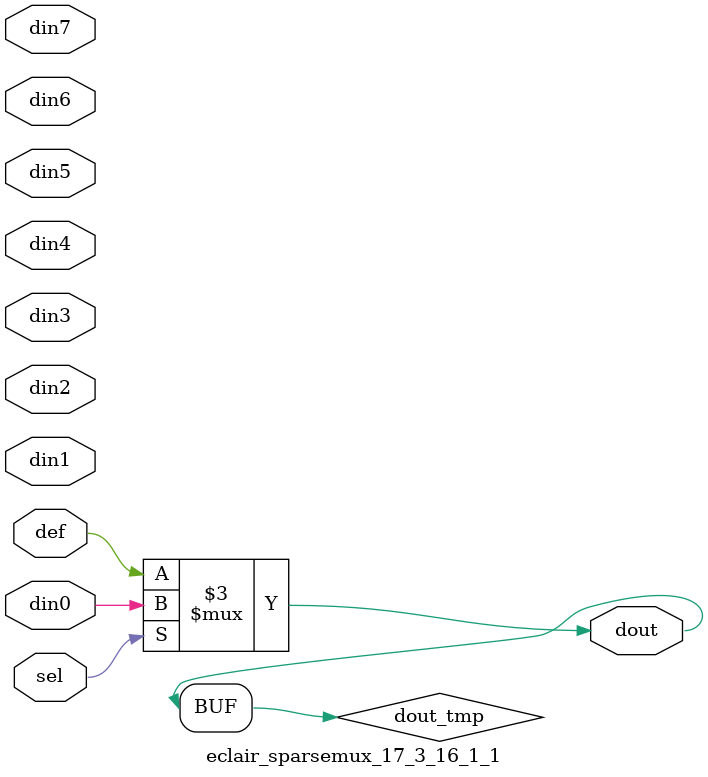
<source format=v>
`timescale 1ns / 1ps

module eclair_sparsemux_17_3_16_1_1 (din0,din1,din2,din3,din4,din5,din6,din7,def,sel,dout);

parameter din0_WIDTH = 1;

parameter din1_WIDTH = 1;

parameter din2_WIDTH = 1;

parameter din3_WIDTH = 1;

parameter din4_WIDTH = 1;

parameter din5_WIDTH = 1;

parameter din6_WIDTH = 1;

parameter din7_WIDTH = 1;

parameter def_WIDTH = 1;
parameter sel_WIDTH = 1;
parameter dout_WIDTH = 1;

parameter [sel_WIDTH-1:0] CASE0 = 1;

parameter [sel_WIDTH-1:0] CASE1 = 1;

parameter [sel_WIDTH-1:0] CASE2 = 1;

parameter [sel_WIDTH-1:0] CASE3 = 1;

parameter [sel_WIDTH-1:0] CASE4 = 1;

parameter [sel_WIDTH-1:0] CASE5 = 1;

parameter [sel_WIDTH-1:0] CASE6 = 1;

parameter [sel_WIDTH-1:0] CASE7 = 1;

parameter ID = 1;
parameter NUM_STAGE = 1;



input [din0_WIDTH-1:0] din0;

input [din1_WIDTH-1:0] din1;

input [din2_WIDTH-1:0] din2;

input [din3_WIDTH-1:0] din3;

input [din4_WIDTH-1:0] din4;

input [din5_WIDTH-1:0] din5;

input [din6_WIDTH-1:0] din6;

input [din7_WIDTH-1:0] din7;

input [def_WIDTH-1:0] def;
input [sel_WIDTH-1:0] sel;

output [dout_WIDTH-1:0] dout;



reg [dout_WIDTH-1:0] dout_tmp;


always @ (*) begin
(* parallel_case *) case (sel)
    
    CASE0 : dout_tmp = din0;
    
    CASE1 : dout_tmp = din1;
    
    CASE2 : dout_tmp = din2;
    
    CASE3 : dout_tmp = din3;
    
    CASE4 : dout_tmp = din4;
    
    CASE5 : dout_tmp = din5;
    
    CASE6 : dout_tmp = din6;
    
    CASE7 : dout_tmp = din7;
    
    default : dout_tmp = def;
endcase
end


assign dout = dout_tmp;



endmodule

</source>
